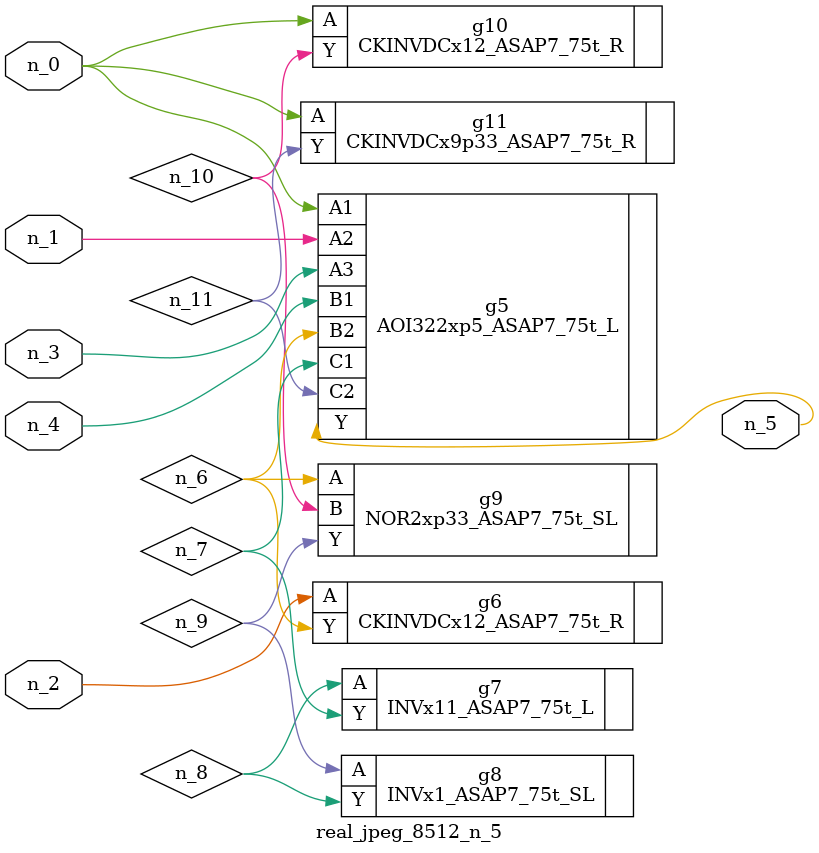
<source format=v>
module real_jpeg_8512_n_5 (n_4, n_0, n_1, n_2, n_3, n_5);

input n_4;
input n_0;
input n_1;
input n_2;
input n_3;

output n_5;

wire n_8;
wire n_11;
wire n_6;
wire n_7;
wire n_10;
wire n_9;

AOI322xp5_ASAP7_75t_L g5 ( 
.A1(n_0),
.A2(n_1),
.A3(n_3),
.B1(n_4),
.B2(n_6),
.C1(n_7),
.C2(n_11),
.Y(n_5)
);

CKINVDCx12_ASAP7_75t_R g10 ( 
.A(n_0),
.Y(n_10)
);

CKINVDCx9p33_ASAP7_75t_R g11 ( 
.A(n_0),
.Y(n_11)
);

CKINVDCx12_ASAP7_75t_R g6 ( 
.A(n_2),
.Y(n_6)
);

NOR2xp33_ASAP7_75t_SL g9 ( 
.A(n_6),
.B(n_10),
.Y(n_9)
);

INVx11_ASAP7_75t_L g7 ( 
.A(n_8),
.Y(n_7)
);

INVx1_ASAP7_75t_SL g8 ( 
.A(n_9),
.Y(n_8)
);


endmodule
</source>
